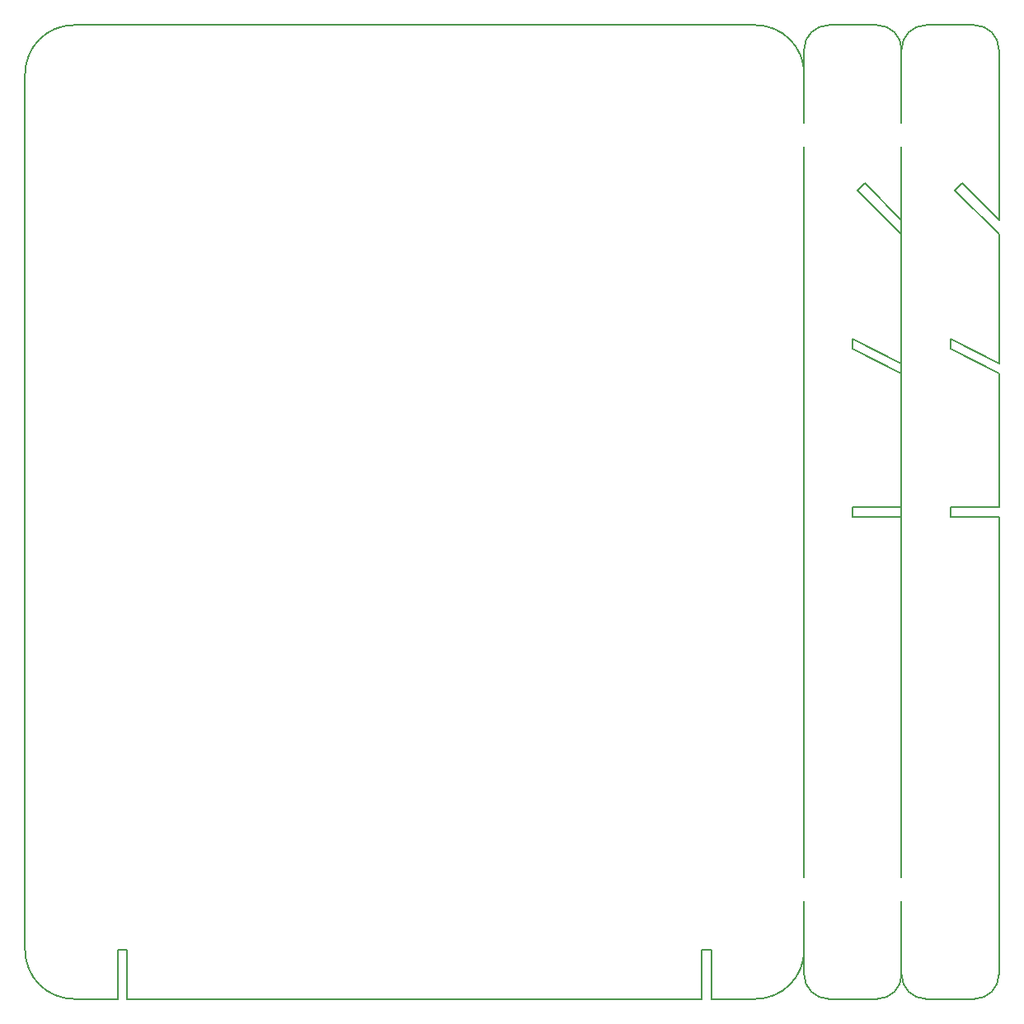
<source format=gbr>
G04 #@! TF.FileFunction,Profile,NP*
%FSLAX46Y46*%
G04 Gerber Fmt 4.6, Leading zero omitted, Abs format (unit mm)*
G04 Created by KiCad (PCBNEW 4.0.6+dfsg1-1) date Mon May 21 22:22:56 2018*
%MOMM*%
%LPD*%
G01*
G04 APERTURE LIST*
%ADD10C,0.100000*%
%ADD11C,0.150000*%
G04 APERTURE END LIST*
D10*
D11*
X137500000Y-70000000D02*
X133750000Y-66250000D01*
X133750000Y-66250000D02*
X133000000Y-67000000D01*
X137500000Y-84750000D02*
X132500000Y-82250000D01*
X137500000Y-85750000D02*
X132500000Y-83250000D01*
X132500000Y-99500000D02*
X137500000Y-99500000D01*
X132500000Y-83250000D02*
X132500000Y-82250000D01*
X132500000Y-100500000D02*
X132500000Y-99500000D01*
X133000000Y-67000000D02*
X137500000Y-71500000D01*
X137500000Y-100500000D02*
X132500000Y-100500000D01*
X52500000Y-150000000D02*
X57000000Y-150000000D01*
X118000000Y-150000000D02*
X122500000Y-150000000D01*
X147500000Y-70000000D02*
X147500000Y-52500000D01*
X147500000Y-84750000D02*
X147500000Y-71500000D01*
X147500000Y-99500000D02*
X147500000Y-85750000D01*
X140000000Y-150000000D02*
X145000000Y-150000000D01*
X130000000Y-150000000D02*
X135000000Y-150000000D01*
X140000000Y-50000000D02*
X145000000Y-50000000D01*
X130000000Y-50000000D02*
X135000000Y-50000000D01*
X143000000Y-67000000D02*
X147500000Y-71500000D01*
X143750000Y-66250000D02*
X143000000Y-67000000D01*
X147500000Y-70000000D02*
X143750000Y-66250000D01*
X147500000Y-85750000D02*
X142500000Y-83250000D01*
X147500000Y-84750000D02*
X142500000Y-82250000D01*
X142500000Y-83250000D02*
X142500000Y-82250000D01*
X137500000Y-52500000D02*
X137500000Y-60000000D01*
X137500000Y-147500000D02*
X137500000Y-140000000D01*
X137500000Y-62500000D02*
X137500000Y-137500000D01*
X127500000Y-62500000D02*
X127500000Y-137500000D01*
X127500000Y-52500000D02*
X127500000Y-60000000D01*
X127500000Y-147500000D02*
X127500000Y-140000000D01*
X147500000Y-100500000D02*
X142500000Y-100500000D01*
X142500000Y-99500000D02*
X147500000Y-99500000D01*
X142500000Y-100500000D02*
X142500000Y-99500000D01*
X117000000Y-145000000D02*
X118000000Y-145000000D01*
X117000000Y-150000000D02*
X117000000Y-145000000D01*
X118000000Y-145000000D02*
X118000000Y-150000000D01*
X58000000Y-145000000D02*
X58000000Y-150000000D01*
X57000000Y-145000000D02*
X58000000Y-145000000D01*
X57000000Y-150000000D02*
X57000000Y-145000000D01*
X130000000Y-50000000D02*
G75*
G03X127500000Y-52500000I0J-2500000D01*
G01*
X127500000Y-55000000D02*
G75*
G03X122500000Y-50000000I-5000000J0D01*
G01*
X137500000Y-52500000D02*
G75*
G03X135000000Y-50000000I-2500000J0D01*
G01*
X140000000Y-50000000D02*
G75*
G03X137500000Y-52500000I0J-2500000D01*
G01*
X147500000Y-52500000D02*
G75*
G03X145000000Y-50000000I-2500000J0D01*
G01*
X137500000Y-147500000D02*
G75*
G03X140000000Y-150000000I2500000J0D01*
G01*
X145000000Y-150000000D02*
G75*
G03X147500000Y-147500000I0J2500000D01*
G01*
X135000000Y-150000000D02*
G75*
G03X137500000Y-147500000I0J2500000D01*
G01*
X127500000Y-147500000D02*
G75*
G03X130000000Y-150000000I2500000J0D01*
G01*
X52500000Y-50000000D02*
G75*
G03X47500000Y-55000000I0J-5000000D01*
G01*
X122500000Y-150000000D02*
G75*
G03X127500000Y-145000000I0J5000000D01*
G01*
X47500000Y-145000000D02*
G75*
G03X52500000Y-150000000I5000000J0D01*
G01*
X122500000Y-50000000D02*
X52500000Y-50000000D01*
X147500000Y-147500000D02*
X147500000Y-100500000D01*
X58000000Y-150000000D02*
X117000000Y-150000000D01*
X47500000Y-55000000D02*
X47500000Y-145000000D01*
M02*

</source>
